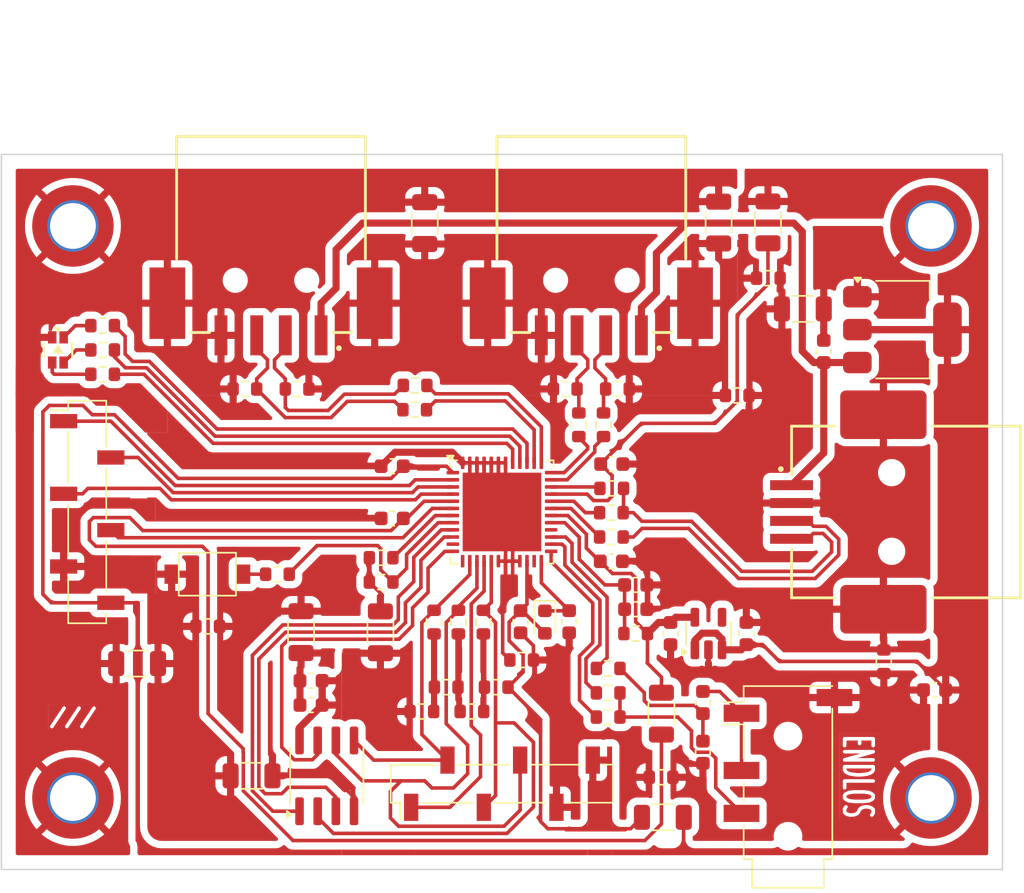
<source format=kicad_pcb>
(kicad_pcb (version 20240108) (generator "pcbnew") (generator_version "8.0")
  (layers (0 "F.Cu" signal) (31 "B.Cu" signal) (34 "B.Paste" user) (35 "F.Paste" user) (36 "B.SilkS" user "B.Silkscreen") (38 "B.Mask" user) (39 "F.Mask" user) (44 "Edge.Cuts" user))
  (net 0 "")
  (net 1 "GND")
  (net 2 "/PWR3V3")
  (net 3 "/PWR1V2")
  (net 4 "/PWRPLL")
  (net 5 "/CSPI_SI")
  (net 6 "/CSPI_SO")
  (net 7 "/CSPI_SCK")
  (net 8 "/CRESET")
  (net 9 "/CDONE")
  (net 10 "/CSPI_SS")
  (net 11 "/LED_R")
  (net 12 "/LED_G")
  (net 13 "/LED_B")
  (net 14 "/PWR2V5")
  (net 15 "Net-(D2-BK)")
  (net 16 "Net-(D2-GK)")
  (net 17 "Net-(D2-RK)")
  (net 21 "/AUDIO")
  (net 23 "/USB_CONN_DP")
  (net 24 "/USB_CONN_DN")
  (net 25 "/PMOD_A2")
  (net 26 "/PMOD_A3")
  (net 27 "/PMOD_A4")
  (net 28 "/PMOD_A1")
  (net 30 "/RAM_SS")
  (net 31 "/USB_DP_PU")
  (net 32 "Net-(R7-Pad1)")
  (net 33 "/USB_DN")
  (net 34 "/USB_DP")
  (net 35 "/RAM_SIO3")
  (net 36 "/RAM_SIO2")
  (net 37 "/PWR5V0")
  (net 38 "/USBH0_CONN_DN")
  (net 39 "/USBH0_CONN_DP")
  (net 40 "/USBH1_CONN_DP")
  (net 41 "/USBH1_CONN_DN")
  (net 42 "/USBH0_DP")
  (net 43 "/USBH0_DN")
  (net 44 "/USBH1_DP")
  (net 45 "/USBH1_DN")
  (net 46 "Net-(C13-Pad2)")
  (net 47 "/AUDIO_LC")
  (net 48 "/VIDEO_C")
  (net 49 "/VIDEO_D0")
  (net 50 "/VIDEO_D1")
  (footprint "Resistor_SMD:R_0603_1608Metric" (layer "F.Cu") (at 142.1 118.9 90)
    (property "Reference" "R22" (hide yes))
    (property "Value" "22R" (hide yes))
  )
  (footprint "Resistor_SMD:R_0603_1608Metric" (layer "F.Cu") (at 119.3 129.35)
    (property "Reference" "R7" (hide yes))
    (property "Value" "100R" (hide yes))
  )
  (footprint "Resistor_SMD:R_0603_1608Metric" (layer "F.Cu") (at 142.425 139.34)
    (property "Reference" "R31" (hide yes))
    (property "Value" "1K" (hide yes))
  )
  (footprint "Capacitor_SMD:C_0603_1608Metric" (layer "F.Cu") (at 127.325 121.8 180)
    (property "Reference" "C12" (hide yes))
    (property "Value" "100nF" (hide yes))
  )
  (footprint "Capacitor_SMD:C_0603_1608Metric" (layer "F.Cu") (at 149.05 138.325 -90)
    (property "Reference" "C13" (hide yes))
    (property "Value" "10uF" (hide yes))
  )
  (footprint "Capacitor_SMD:C_0603_1608Metric" (layer "F.Cu") (at 149.05 141.8 -90)
    (property "Reference" "C4" (hide yes))
    (property "Value" "100nF" (hide yes))
  )
  (footprint "MountingHole:MountingHole_3.2mm_M3_ISO7380_Pad_TopOnly" (layer "F.Cu") (at 165 105)
    (property "Reference" "H2" (hide yes))
    (property "Value" "MountingHole_Pad" (hide yes))
  )
  (footprint "Resistor_SMD:R_0603_1608Metric" (layer "F.Cu") (at 143.075 116.4 180)
    (property "Reference" "R15" (hide yes))
    (property "Value" "15K" (hide yes))
  )
  (footprint "Package_SO:SOIC-8_3.9x4.9mm_P1.27mm" (layer "F.Cu") (at 122.75 143.45 90)
    (property "Reference" "U2" (hide yes))
    (property "Value" "ESP-PSRAM32" (hide yes))
  )
  (footprint "Resistor_SMD:R_0603_1608Metric" (layer "F.Cu") (at 142.675 123.35 180)
    (property "Reference" "R1" (hide yes))
    (property "Value" "1K5" (hide yes))
  )
  (footprint "Connector_PinSocket_2.54mm:PinSocket_1x06_P2.54mm_Vertical_SMD_Pin1Left" (layer "F.Cu") (at 135 144 90)
    (property "Reference" "MMOD1" (hide yes))
    (property "Value" "MMOD_Host_Socket" (hide yes))
  )
  (footprint "Capacitor_SMD:C_0603_1608Metric" (layer "F.Cu") (at 142.675 121.65)
    (property "Reference" "C1" (hide yes))
    (property "Value" "100nF" (hide yes))
  )
  (footprint "Resistor_SMD:R_0603_1608Metric" (layer "F.Cu") (at 140.375 118.9 90)
    (property "Reference" "R21" (hide yes))
    (property "Value" "22R" (hide yes))
  )
  (footprint "Capacitor_SMD:C_0603_1608Metric" (layer "F.Cu") (at 146.7875 133.5 -90)
    (property "Reference" "C18" (hide yes))
    (property "Value" "1uF" (hide yes))
  )
  (footprint "Resistor_SMD:R_1206_3216Metric" (layer "F.Cu") (at 117.4875 143.45)
    (property "Reference" "R42" (hide yes))
    (property "Value" "R" (hide yes))
  )
  (footprint "Resistor_SMD:R_0603_1608Metric" (layer "F.Cu") (at 130.25 132.7 -90)
    (property "Reference" "R4" (hide yes))
    (property "Value" "10K" (hide yes))
  )
  (footprint "Capacitor_SMD:C_0603_1608Metric" (layer "F.Cu") (at 121.65 138.5 180)
    (property "Reference" "C10" (hide yes))
    (property "Value" "100nF" (hide yes))
  )
  (footprint "Resistor_SMD:R_0603_1608Metric" (layer "F.Cu") (at 146.125 143.55)
    (property "Reference" "R33" (hide yes))
    (property "Value" "R" (hide yes))
  )
  (footprint "Capacitor_SMD:C_0603_1608Metric" (layer "F.Cu") (at 152.0875 133.5 90)
    (property "Reference" "C16" (hide yes))
    (property "Value" "1uF" (hide yes))
  )
  (footprint "Resistor_SMD:R_1206_3216Metric" (layer "F.Cu") (at 109.4875 135.6)
    (property "Reference" "R41" (hide yes))
    (property "Value" "R" (hide yes))
  )
  (footprint "Resistor_SMD:R_1206_3216Metric" (layer "F.Cu") (at 146.25 146.35)
    (property "Reference" "R29" (hide yes))
    (property "Value" "R" (hide yes))
  )
  (footprint "Capacitor_SMD:C_0603_1608Metric" (layer "F.Cu") (at 139.7 132.675 -90)
    (property "Reference" "C6" (hide yes))
    (property "Value" "100nF" (hide yes))
  )
  (footprint "Resistor_SMD:R_0603_1608Metric" (layer "F.Cu") (at 161.7 135.475 90)
    (property "Reference" "R40" (hide yes))
    (property "Value" "R" (hide yes))
  )
  (footprint "Capacitor_SMD:C_0603_1608Metric" (layer "F.Cu") (at 165.25 137.45 180)
    (property "Reference" "C19" (hide yes))
    (property "Value" "22uF" (hide yes))
  )
  (footprint "Resistor_SMD:R_1206_3216Metric" (layer "F.Cu") (at 126.5 133.4125 90)
    (property "Reference" "R24" (hide yes))
    (property "Value" "R" (hide yes))
  )
  (footprint "LD-LEDS:LED_RGB_0606_CHANZON" (layer "F.Cu") (at 103.95 113.67)
    (property "Reference" "D2" (hide yes))
    (property "Value" "LED_RGB_ANODE" (hide yes))
  )
  (footprint "Resistor_SMD:R_0603_1608Metric" (layer "F.Cu") (at 126.55 128.2 180)
    (property "Reference" "R10" (hide yes))
    (property "Value" "10K" (hide yes))
  )
  (footprint "Resistor_SMD:R_1206_3216Metric" (layer "F.Cu") (at 156.0375 110.8)
    (property "Reference" "R38" (hide yes))
    (property "Value" "R" (hide yes))
  )
  (footprint "Resistor_SMD:R_0603_1608Metric" (layer "F.Cu") (at 142.65 126.75 180)
    (property "Reference" "R8" (hide yes))
    (property "Value" "22R" (hide yes))
  )
  (footprint "Resistor_SMD:R_0603_1608Metric" (layer "F.Cu") (at 133.7 132.7 -90)
    (property "Reference" "R5" (hide yes))
    (property "Value" "10K" (hide yes))
  )
  (footprint "Resistor_SMD:R_0603_1608Metric" (layer "F.Cu") (at 107.075 113.67)
    (property "Reference" "R17" (hide yes))
    (property "Value" "536R" (hide yes))
  )
  (footprint "LD-SWITCH:Button_2P_3x4mm" (layer "F.Cu") (at 114.4 129.35 180)
    (property "Reference" "SW1" (hide yes))
    (property "Value" "RESET" (hide yes))
  )
  (footprint "MountingHole:MountingHole_3.2mm_M3_ISO7380_Pad_TopOnly" (layer "F.Cu") (at 165 145)
    (property "Reference" "H4" (hide yes))
    (property "Value" "MountingHole_Pad" (hide yes))
  )
  (footprint "Package_TO_SOT_SMD:SOT-23-5" (layer "F.Cu") (at 149.4375 133.5 90)
    (property "Reference" "U4" (hide yes))
    (property "Value" "NCP718xSN120" (hide yes))
  )
  (footprint "Resistor_SMD:R_0603_1608Metric" (layer "F.Cu") (at 142.425 135.94)
    (property "Reference" "R28" (hide yes))
    (property "Value" "100R" (hide yes))
  )
  (footprint "Capacitor_SMD:C_0603_1608Metric" (layer "F.Cu") (at 144.35 131.8)
    (property "Reference" "C5" (hide yes))
    (property "Value" "10uF" (hide yes))
  )
  (footprint "Resistor_SMD:R_1206_3216Metric" (layer "F.Cu") (at 153.6 104.75 90)
    (property "Reference" "R23" (hide yes))
    (property "Value" "R" (hide yes))
  )
  (footprint "Capacitor_SMD:C_0603_1608Metric" (layer "F.Cu") (at 136.3 132.675 -90)
    (property "Reference" "C9" (hide yes))
    (property "Value" "100nF" (hide yes))
  )
  (footprint "Capacitor_SMD:C_0603_1608Metric" (layer "F.Cu") (at 144.35 130.1)
    (property "Reference" "C2" (hide yes))
    (property "Value" "100nF" (hide yes))
  )
  (footprint "Connector_Audio:Jack_3.5mm_PJ320D_Horizontal" (layer "F.Cu") (at 155 142.9 90)
    (property "Reference" "J4" (hide yes))
    (property "Value" "AudioJack4" (hide yes))
  )
  (footprint "Resistor_SMD:R_0603_1608Metric" (layer "F.Cu") (at 117.025 116.4)
    (property "Reference" "R2" (hide yes))
    (property "Value" "15K" (hide yes))
  )
  (footprint "Resistor_SMD:R_0603_1608Metric" (layer "F.Cu") (at 132.9 138.95)
    (property "Reference" "R26" (hide yes))
    (property "Value" "R" (hide yes))
  )
  (footprint "Resistor_SMD:R_0603_1608Metric" (layer "F.Cu") (at 107.075 111.97)
    (property "Reference" "R18" (hide yes))
    (property "Value" "536R" (hide yes))
  )
  (footprint "Resistor_SMD:R_0603_1608Metric" (layer "F.Cu") (at 129.4 138.95)
    (property "Reference" "R27" (hide yes))
    (property "Value" "R" (hide yes))
  )
  (footprint "Resistor_SMD:R_0603_1608Metric" (layer "F.Cu") (at 151.45 116.85)
    (property "Reference" "R43" (hide yes))
    (property "Value" "R" (hide yes))
  )
  (footprint "Resistor_SMD:R_0603_1608Metric" (layer "F.Cu") (at 142.65 125.05 180)
    (property "Reference" "R9" (hide yes))
    (property "Value" "22R" (hide yes))
  )
  (footprint "MountingHole:MountingHole_3.2mm_M3_ISO7380_Pad_TopOnly" (layer "F.Cu") (at 105 105)
    (property "Reference" "H1" (hide yes))
    (property "Value" "MountingHole_Pad" (hide yes))
  )
  (footprint "Resistor_SMD:R_1206_3216Metric" (layer "F.Cu") (at 120.95 133.4 90)
    (property "Reference" "R32" (hide yes))
    (property "Value" "R" (hide yes))
  )
  (footprint "Resistor_SMD:R_0603_1608Metric" (layer "F.Cu") (at 114.425 133)
    (property "Reference" "R39" (hide yes))
    (property "Value" "R" (hide yes))
  )
  (footprint "Capacitor_SMD:C_0603_1608Metric" (layer "F.Cu") (at 121.65 136.8 180)
    (property "Reference" "C11" (hide yes))
    (property "Value" "1uF" (hide yes))
  )
  (footprint "Capacitor_SMD:C_0603_1608Metric" (layer "F.Cu") (at 157.5 113.775 90)
    (property "Reference" "C17" (hide yes))
    (property "Value" "10uF" (hide yes))
  )
  (footprint "Capacitor_SMD:C_0603_1608Metric" (layer "F.Cu") (at 127.325 125.45 180)
    (property "Reference" "C7" (hide yes))
    (property "Value" "100nF" (hide yes))
  )
  (footprint "Resistor_SMD:R_0603_1608Metric" (layer "F.Cu") (at 139.425 116.4)
    (property "Reference" "R14" (hide yes))
    (property "Value" "15K" (hide yes))
  )
  (footprint "Resistor_SMD:R_1206_3216Metric" (layer "F.Cu") (at 129.6 104.8 90)
    (property "Reference" "R36" (hide yes))
    (property "Value" "R" (hide yes))
  )
  (footprint "Resistor_SMD:R_0603_1608Metric" (layer "F.Cu") (at 126.55 129.9 180)
    (property "Reference" "R12" (hide yes))
    (property "Value" "10K" (hide yes))
  )
  (footprint "LD-USBA:SAMTEC_USB-A-S-X-X-SM2" (layer "F.Cu") (at 141.25 108.8 180)
    (property "Reference" "J3" (hide yes))
    (property "Value" "USB_A" (hide yes))
  )
  (footprint "Diode_SMD:D_0603_1608Metric" (layer "F.Cu") (at 138 132.7 -90)
    (property "Reference" "D1" (hide yes))
    (property "Value" "D_Schottky_Small" (hide yes))
  )
  (footprint "Capacitor_SMD:C_0603_1608Metric" (layer "F.Cu") (at 142.65 128.45)
    (property "Reference" "C3" (hide yes))
    (property "Value" "100nF" (hide yes))
  )
  (footprint "Resistor_SMD:R_0603_1608Metric" (layer "F.Cu") (at 142.425 137.65)
    (property "Reference" "R30" (hide yes))
    (property "Value" "536R" (hide yes))
  )
  (footprint "Resistor_SMD:R_0603_1608Metric" (layer "F.Cu") (at 136.375 135.35)
    (property "Reference" "R44" (hide yes))
    (property "Value" "R" (hide yes))
  )
  (footprint "Resistor_SMD:R_0603_1608Metric" (layer "F.Cu") (at 134.6 137.25)
    (property "Reference" "R25" (hide yes))
    (property "Value" "R" (hide yes))
  )
  (footprint "MountingHole:MountingHole_3.2mm_M3_ISO7380_Pad_TopOnly" (layer "F.Cu") (at 105 145)
    (property "Reference" "H3" (hide yes))
    (property "Value" "MountingHole_Pad" (hide yes))
  )
  (footprint "Resistor_SMD:R_0603_1608Metric" (layer "F.Cu") (at 128.925 116.15 180)
    (property "Reference" "R20" (hide yes))
    (property "Value" "22R" (hide yes))
  )
  (footprint "Resistor_SMD:R_0603_1608Metric" (layer "F.Cu") (at 107.075 115.37)
    (property "Reference" "R16" (hide yes))
    (property "Value" "536R" (hide yes))
  )
  (footprint "Package_TO_SOT_SMD:SOT-223-3_TabPin2" (layer "F.Cu") (at 163 112.25)
    (property "Reference" "U3" (hide yes))
    (property "Value" "AMS1117-3.3" (hide yes))
  )
  (footprint "Resistor_SMD:R_0603_1608Metric" (layer "F.Cu") (at 131.1 137.25)
    (property "Reference" "R3" (hide yes))
    (property "Value" "R" (hide yes))
  )
  (footprint "LD-USBA:SAMTEC_USB-A-S-X-X-SM2" (layer "F.Cu") (at 118.85 108.8 180)
    (property "Reference" "J2" (hide yes))
    (property "Value" "USB_A" (hide yes))
  )
  (footprint "LD-CONNECTORS:SAMTEC_USB-B-S-X-X-SM-TR" (layer "F.Cu") (at 162.25 125 90)
    (property "Reference" "J1" (hide yes))
    (property "Value" "USB_B" (hide yes))
  )
  (footprint "Connector_PinSocket_2.54mm:PinSocket_1x06_P2.54mm_Vertical_SMD_Pin1Left" (layer "F.Cu") (at 106 125)
    (property "Reference" "PMOD2" (hide yes))
    (property "Value" "PMOD-Host-x1-GPIO" (hide yes))
  )
  (footprint "Resistor_SMD:R_1206_3216Metric" (layer "F.Cu") (at 146.15 139.1 90)
    (property "Reference" "R34" (hide yes))
    (property "Value" "R" (hide yes))
  )
  (footprint "Resistor_SMD:R_0603_1608Metric" (layer "F.Cu") (at 131.95 132.7 -90)
    (property "Reference" "R6" (hide yes))
    (property "Value" "10K" (hide yes))
  )
  (footprint "Resistor_SMD:R_0603_1608Metric" (layer "F.Cu") (at 128.9 117.85 180)
    (property "Reference" "R19" (hide yes))
    (property "Value" "22R" (hide yes))
  )
  (footprint "Resistor_SMD:R_1206_3216Metric" (layer "F.Cu") (at 150.15 104.7625 90)
    (property "Reference" "R37" (hide yes))
    (property "Value" "R" (hide yes))
  )
  (footprint "Resistor_SMD:R_0603_1608Metric" (layer "F.Cu") (at 144.35 133.5 180)
    (property "Reference" "R11" (hide yes))
    (property "Value" "100R" (hide yes))
  )
  (footprint "Resistor_SMD:R_0603_1608Metric" (layer "F.Cu") (at 153.625 108.65)
    (property "Reference" "R35" (hide yes))
    (property "Value" "R" (hide yes))
  )
  (footprint "Resistor_SMD:R_0603_1608Metric" (layer "F.Cu") (at 120.675 116.4 180)
    (property "Reference" "R13" (hide yes))
    (property "Value" "15K" (hide yes))
  )
  (footprint "Package_DFN_QFN:QFN-48-1EP_7x7mm_P0.5mm_EP5.6x5.6mm" (layer "F.Cu") (at 135 125)
    (property "Reference" "U1" (hide yes))
    (property "Value" "ICE40UP5K-SG48ITR" (hide yes))
  )
  (gr_rect (start 100 100) (end 170 150) (stroke (width 0.1)) (fill none) (layer "Edge.Cuts"))
  (gr_text "///" (at 105 139.9 0) (layer "F.Cu" knockout) (effects (font (size 1 1) (thickness 0.25) (bold yes)) (justify bottom)))
  (gr_text "ENDLOS" (at 158.7 143.5 270) (layer "F.Cu" knockout) (effects (font (size 2 1) (thickness 0.25) (bold yes)) (justify bottom)))
  (segment (start 136.35 133.4875) (end 136.4625 133.4875) (width 0.25) (layer "F.Cu") (net 1))
  (segment (start 123.154999 143.45) (end 124.655 144.950001) (width 0.25) (layer "F.Cu") (net 1))
  (segment (start 136.3 133.45) (end 137.2 134.35) (width 0.25) (layer "F.Cu") (net 1))
  (segment (start 133.25 121.5625) (end 133.75 121.5625) (width 0.25) (layer "F.Cu") (net 1))
  (segment (start 133.75 123.75) (end 135 125) (width 0.25) (layer "F.Cu") (net 1))
  (segment (start 133.75 121.5625) (end 133.75 123.75) (width 0.25) (layer "F.Cu") (net 1))
  (segment (start 135.25 129.75) (end 135.25 128.4375) (width 0.25) (layer "F.Cu") (net 1))
  (segment (start 135.55 135.35) (end 135.05 134.85) (width 0.25) (layer "F.Cu") (net 1))
  (segment (start 135.25 121.5625) (end 134.75 121.5625) (width 0.25) (layer "F.Cu") (net 1))
  (segment (start 135.75 128.4375) (end 135.25 128.4375) (width 0.25) (layer "F.Cu") (net 1))
  (segment (start 132.75 121.5625) (end 133.25 121.5625) (width 0.25) (layer "F.Cu") (net 1))
  (segment (start 126.55 121.8) (end 127.525 120.825) (width 0.5) (layer "F.Cu") (net 1))
  (segment (start 131.5125 120.825) (end 132.25 121.5625) (width 0.5) (layer "F.Cu") (net 1))
  (segment (start 133.75 121.5625) (end 134.25 121.5625) (width 0.25) (layer "F.Cu") (net 1))
  (segment (start 135.25 121.5625) (end 135.25 124.75) (width 0.25) (layer "F.Cu") (net 1))
  (segment (start 133.25 121.5625) (end 133.25 123.25) (width 0.25) (layer "F.Cu") (net 1))
  (segment (start 134.25 121.5625) (end 134.25 124.25) (width 0.25) (layer "F.Cu") (net 1))
  (segment (start 134.25 121.5625) (end 134.75 121.5625) (width 0.25) (layer "F.Cu") (net 1))
  (segment (start 137.2 134.35) (end 137.2 135.35) (width 0.25) (layer "F.Cu") (net 1))
  (segment (start 118.95 143.45) (end 123.154999 143.45) (width 0.25) (layer "F.Cu") (net 1))
  (segment (start 134.75 124.75) (end 135 125) (width 0.25) (layer "F.Cu") (net 1))
  (segment (start 135.05 134.85) (end 135.05 129.95) (width 0.25) (layer "F.Cu") (net 1))
  (segment (start 120.845 138.53) (end 120.875 138.5) (width 0.5) (layer "F.Cu") (net 1))
  (segment (start 133.25 123.25) (end 135 125) (width 0.25) (layer "F.Cu") (net 1))
  (segment (start 134.25 124.25) (end 135 125) (width 0.25) (layer "F.Cu") (net 1))
  (segment (start 135.05 129.95) (end 135.25 129.75) (width 0.25) (layer "F.Cu") (net 1))
  (segment (start 132.75 122.75) (end 135 125) (width 0.25) (layer "F.Cu") (net 1))
  (segment (start 134.75 121.5625) (end 134.75 124.75) (width 0.25) (layer "F.Cu") (net 1))
  (segment (start 127.525 120.825) (end 131.5125 120.825) (width 0.5) (layer "F.Cu") (net 1))
  (segment (start 124.655 144.950001) (end 124.655 145.925) (width 0.25) (layer "F.Cu") (net 1))
  (segment (start 132.75 121.5625) (end 132.75 122.75) (width 0.25) (layer "F.Cu") (net 1))
  (segment (start 120.875 138.5) (end 120.875 138.35) (width 0.5) (layer "F.Cu") (net 1))
  (segment (start 132.25 121.5625) (end 132.75 121.5625) (width 0.25) (layer "F.Cu") (net 1))
  (segment (start 135.25 128.4375) (end 134.75 128.4375) (width 0.25) (layer "F.Cu") (net 1))
  (segment (start 135.25 124.75) (end 135 125) (width 0.25) (layer "F.Cu") (net 1))
  (segment (start 136.25 128.4375) (end 135.75 128.4375) (width 0.25) (layer "F.Cu") (net 1))
  (segment (start 138.4375 123.75) (end 140.956286 123.75) (width 0.25) (layer "F.Cu") (net 2))
  (segment (start 135.5 132.7) (end 136.3 131.9) (width 0.25) (layer "F.Cu") (net 2))
  (segment (start 102.9 130.75) (end 103.5 131.35) (width 0.25) (layer "F.Cu") (net 2))
  (segment (start 136.75 128.4375) (end 136.75 131.45) (width 0.25) (layer "F.Cu") (net 2))
  (segment (start 133.775 137.25) (end 133.775 138.9) (width 0.25) (layer "F.Cu") (net 2))
  (segment (start 136.475 134.975) (end 135.5 134) (width 0.25) (layer "F.Cu") (net 2))
  (segment (start 131.925 138.8) (end 132.075 138.95) (width 0.25) (layer "F.Cu") (net 2))
  (segment (start 131.925 137.25) (end 131.925 138.8) (width 0.25) (layer "F.Cu") (net 2))
  (segment (start 154.4 135.45) (end 153.225 134.275) (width 0.25) (layer "F.Cu") (net 2))
  (segment (start 102.9 118) (end 102.9 130.75) (width 0.25) (layer "F.Cu") (net 2))
  (segment (start 149.898004 118.8) (end 144.75 118.8) (width 0.25) (layer "F.Cu") (net 2))
  (segment (start 107.65 131.35) (end 109.25 131.35) (width 0.25) (layer "F.Cu") (net 2))
  (segment (start 128.1 121.8) (end 131.1125 121.8) (width 0.25) (layer "F.Cu") (net 2))
  (segment (start 151.725 134.6375) (end 152.0875 134.275) (width 0.5) (layer "F.Cu") (net 2))
  (segment (start 166.025 137.45) (end 164.025 135.45) (width 0.25) (layer "F.Cu") (net 2))
  (segment (start 142.7 123.893714) (end 142.7 122.45) (width 0.25) (layer "F.Cu") (net 2))
  (segment (start 125.725 128.2) (end 125.725 129.9) (width 0.25) (layer "F.Cu") (net 2))
  (segment (start 164.025 135.45) (end 154.4 135.45) (width 0.25) (layer "F.Cu") (net 2))
  (segment (start 126.5 131.95) (end 126.5 130.675) (width 0.25) (layer "F.Cu") (net 2))
  (segment (start 151.45 117.248004) (end 149.898004 118.8) (width 0.25) (layer "F.Cu") (net 2))
  (segment (start 128.1 121.8) (end 127.25 122.65) (width 0.25) (layer "F.Cu") (net 2))
  (segment (start 103.5 131.35) (end 107.65 131.35) (width 0.25) (layer "F.Cu") (net 2))
  (segment (start 131.95 137.225) (end 131.925 137.25) (width 0.25) (layer "F.Cu") (net 2))
  (segment (start 151.45 111.223004) (end 151.45 117.248004) (width 0.25) (layer "F.Cu") (net 2))
  (segment (start 127.25 122.65) (end 112.357106 122.65) (width 0.25) (layer "F.Cu") (net 2))
  (segment (start 133.775 138.9) (end 133.725 138.95) (width 0.25) (layer "F.Cu") (net 2))
  (segment (start 153.6 106.2125) (end 153.6 109.073004) (width 0.25) (layer "F.Cu") (net 2))
  (segment (start 130.225 138.95) (end 130.225 137.3) (width 0.25) (layer "F.Cu") (net 2))
  (segment (start 135.5 134) (end 135.5 132.7) (width 0.25) (layer "F.Cu") (net 2))
  (segment (start 136.3 131.9) (end 136.4125 131.9) (width 0.25) (layer "F.Cu") (net 2))
  (segment (start 135.425 137.25) (end 135.4375 137.2625) (width 0.25) (layer "F.Cu") (net 2))
  (segment (start 105.7 117.55) (end 103.35 117.55) (width 0.25) (layer "F.Cu") (net 2))
  (segment (start 148.4875 133.975001) (end 148.987501 133.475) (width 0.5) (layer "F.Cu") (net 2))
  (segment (start 138.21 147.15) (end 143.9875 147.15) (width 0.25) (layer "F.Cu") (net 2))
  (segment (start 130.25 133.525) (end 130.25 137.225) (width 0.25) (layer "F.Cu") (net 2))
  (segment (start 109.25 131.35) (end 109.5 131.6) (width 0.25) (layer "F.Cu") (net 2))
  (segment (start 133.7 137.175) (end 133.775 137.25) (width 0.25) (layer "F.Cu") (net 2))
  (segment (start 148.987501 133.475) (end 149.975 133.475) (width 0.5) (layer "F.Cu") (net 2))
  (segment (start 143.9875 147.15) (end 144.7875 146.35) (width 0.25) (layer "F.Cu") (net 2))
  (segment (start 130.25 137.225) (end 130.275 137.25) (width 0.25) (layer "F.Cu") (net 2))
  (segment (start 122.425 138.5) (end 122.425 136.8) (width 0.5) (layer "F.Cu") (net 2))
  (segment (start 136.475 136.2) (end 136.475 134.975) (width 0.25) (layer "F.Cu") (net 2))
  (segment (start 106.35 118.2) (end 105.7 117.55) (width 0.25) (layer "F.Cu") (net 2))
  (segment (start 137.7 139.525) (end 137.7 146.64) (width 0.25) (layer "F.Cu") (net 2))
  (segment (start 142.393714 124.2) (end 142.7 123.893714) (width 0.25) (layer "F.Cu") (net 2))
  (segment (start 137.7 146.64) (end 138.21 147.15) (width 0.25) (layer "F.Cu") (net 2))
  (segment (start 159.85 112.25) (end 166.15 112.25) (width 0.5) (layer "F.Cu") (net 2))
  (segment (start 103.35 117.55) (end 102.9 118) (width 0.25) (layer "F.Cu") (net 2))
  (segment (start 126.5 130.675) (end 125.725 129.9) (width 0.25) (layer "F.Cu") (net 2))
  (segment (start 135.4375 137.2625) (end 137.7 139.525) (width 0.25) (layer "F.Cu") (net 2))
  (segment (start 120.845 140.08) (end 122.425 138.5) (width 0.5) (layer "F.Cu") (net 2))
  (segment (start 109.5 131.6) (end 109.5 147.95) (width 0.25) (layer "F.Cu") (net 2))
  (segment (start 150.3875 133.8875) (end 150.3875 134.6375) (width 0.5) (layer "F.Cu") (net 2))
  (segment (start 131.1125 121.8) (end 131.5625 122.25) (width 0.25) (layer "F.Cu") (net 2))
  (segment (start 144.75 118.8) (end 141.9 121.65) (width 0.25) (layer "F.Cu") (net 2))
  (segment (start 109.5 147.95) (end 110.25 148.7) (width 0.25) (layer "F.Cu") (net 2))
  (segment (start 136.75 131.45) (end 136.3 131.9) (width 0.25) (layer "F.Cu") (net 2))
  (segment (start 136.3 132.120238) (end 136.3 131.9) (width 0.25) (layer "F.Cu") (net 2))
  (segment (start 120.845 140.975) (end 120.845 140.08) (width 0.5) (layer "F.Cu") (net 2))
  (segment (start 140.956286 123.75) (end 141.406286 124.2) (width 0.25) (layer "F.Cu") (net 2))
  (segment (start 147.7 146.35) (end 147.7 148.8) (width 0.25) (layer "F.Cu") (net 2))
  (segment (start 131.95 133.525) (end 131.95 137.225) (width 0.25) (layer "F.Cu") (net 2))
  (segment (start 130.225 137.3) (end 130.275 137.25) (width 0.25) (layer "F.Cu") (net 2))
  (segment (start 148.4875 134.6375) (end 148.4875 133.975001) (width 0.5) (layer "F.Cu") (net 2))
  (segment (start 153.225 134.275) (end 152.0875 134.275) (width 0.25) (layer "F.Cu") (net 2))
  (segment (start 149.975 133.475) (end 150.3875 133.8875) (width 0.5) (layer "F.Cu") (net 2))
  (segment (start 141.406286 124.2) (end 142.393714 124.2) (width 0.25) (layer "F.Cu") (net 2))
  (segment (start 107.907107 118.2) (end 106.35 118.2) (width 0.25) (layer "F.Cu") (net 2))
  (segment (start 150.3875 134.6375) (end 151.725 134.6375) (width 0.5) (layer "F.Cu") (net 2))
  (segment (start 133.7 133.525) (end 133.7 137.175) (width 0.25) (layer "F.Cu") (net 2))
  (segment (start 112.357106 122.65) (end 110.103553 120.396447) (width 0.25) (layer "F.Cu") (net 2))
  (segment (start 136.4125 131.9) (end 138 133.4875) (width 0.25) (layer "F.Cu") (net 2))
  (segment (start 110.103553 120.396447) (end 110.103553 120.396446) (width 0.25) (layer "F.Cu") (net 2))
  (segment (start 110.103553 120.396446) (end 107.907107 118.2) (width 0.25) (layer "F.Cu") (net 2))
  (segment (start 153.6 109.073004) (end 151.45 111.223004) (width 0.25) (layer "F.Cu") (net 2))
  (segment (start 142.7 122.45) (end 141.9 121.65) (width 0.25) (layer "F.Cu") (net 2))
  (segment (start 135.425 137.25) (end 136.475 136.2) (width 0.25) (layer "F.Cu") (net 2))
  (segment (start 141.825 128.45) (end 140.9 127.525) (width 0.25) (layer "F.Cu") (net 3))
  (segment (start 121.025 147.975) (end 144.99081 147.975) (width 0.25) (layer "F.Cu") (net 3))
  (segment (start 106.425 125.395) (end 106.15 125.67) (width 0.25) (layer "F.Cu") (net 3))
  (segment (start 146.15 146.81581) (end 146.15 140.5625) (width 0.25) (layer "F.Cu") (net 3))
  (segment (start 120.388604 147.975) (end 121.025 147.975) (width 0.25) (layer "F.Cu") (net 3))
  (segment (start 145.175 135.525) (end 145.15 135.55) (width 0.25) (layer "F.Cu") (net 3))
  (segment (start 128.351082 125.45) (end 128.1 125.45) (width 0.25) (layer "F.Cu") (net 3))
  (segment (start 142.725 129.3) (end 144.034052 129.3) (width 0.25) (layer "F.Cu") (net 3))
  (segment (start 128.1 125.45) (end 127.25 126.3) (width 0.25) (layer "F.Cu") (net 3))
  (segment (start 116.9125 141.8125) (end 116.9125 143.4) (width 0.25) (layer "F.Cu") (net 3))
  (segment (start 116.9 141.8) (end 116.9125 141.8125) (width 0.25) (layer "F.Cu") (net 3))
  (segment (start 114.05 127.4) (end 114.45 127.8) (width 0.25) (layer "F.Cu") (net 3))
  (segment (start 147.15 132.3625) (end 146.7875 132.725) (width 0.5) (layer "F.Cu") (net 3))
  (segment (start 144.034052 129.3) (end 144.35 129.615948) (width 0.25) (layer "F.Cu") (net 3))
  (segment (start 144.35 132.675) (end 145.175 133.5) (width 0.25) (layer "F.Cu") (net 3))
  (segment (start 140.9 126.55) (end 140.9 127.525) (width 0.25) (layer "F.Cu") (net 3))
  (segment (start 109.88 126.3) (end 108.975 125.395) (width 0.25) (layer "F.Cu") (net 3))
  (segment (start 145.15 135.55) (end 146.15 136.55) (width 0.25) (layer "F.Cu") (net 3))
  (segment (start 131.5625 124.25) (end 129.551082 124.25) (width 0.25) (layer "F.Cu") (net 3))
  (segment (start 116.9125 144.498896) (end 120.388604 147.975) (width 0.25) (layer "F.Cu") (net 3))
  (segment (start 108.975 125.395) (end 106.425 125.395) (width 0.25) (layer "F.Cu") (net 3))
  (segment (start 114.45 139.1) (end 116.9 141.55) (width 0.25) (layer "F.Cu") (net 3))
  (segment (start 141.875 128.45) (end 142.725 129.3) (width 0.25) (layer "F.Cu") (net 3))
  (segment (start 138.4375 125.25) (end 139.6 125.25) (width 0.25) (layer "F.Cu") (net 3))
  (segment (start 114.45 127.8) (end 114.45 139.1) (width 0.25) (layer "F.Cu") (net 3))
  (segment (start 144.35 129.615948) (end 144.35 132.675) (width 0.25) (layer "F.Cu") (net 3))
  (segment (start 129.551082 124.25) (end 128.351082 125.45) (width 0.25) (layer "F.Cu") (net 3))
  (segment (start 106.15 126.95) (end 106.6 127.4) (width 0.25) (layer "F.Cu") (net 3))
  (segment (start 106.6 127.4) (end 114.05 127.4) (width 0.25) (layer "F.Cu") (net 3))
  (segment (start 146.15 136.55) (end 146.15 137.6375) (width 0.25) (layer "F.Cu") (net 3))
  (segment (start 141.875 128.45) (end 141.825 128.45) (width 0.25) (layer "F.Cu") (net 3))
  (segment (start 116.9125 143.4) (end 116.9125 144.498896) (width 0.25) (layer "F.Cu") (net 3))
  (segment (start 148.4875 132.3625) (end 147.15 132.3625) (width 0.5) (layer "F.Cu") (net 3))
  (segment (start 145.175 133.5) (end 145.175 135.525) (width 0.25) (layer "F.Cu") (net 3))
  (segment (start 146.7875 132.725) (end 145.95 132.725) (width 0.5) (layer "F.Cu") (net 3))
  (segment (start 116.9 141.55) (end 116.9 141.8) (width 0.25) (layer "F.Cu") (net 3))
  (segment (start 106.15 125.67) (end 106.15 126.95) (width 0.25) (layer "F.Cu") (net 3))
  (segment (start 144.99081 147.975) (end 146.15 146.81581) (width 0.25) (layer "F.Cu") (net 3))
  (segment (start 127.25 126.3) (end 109.88 126.3) (width 0.25) (layer "F.Cu") (net 3))
  (segment (start 145.95 132.725) (end 145.175 133.5) (width 0.5) (layer "F.Cu") (net 3))
  (segment (start 139.6 125.25) (end 140.9 126.55) (width 0.25) (layer "F.Cu") (net 3))
  (segment (start 143.575 133.45) (end 143.525 133.5) (width 0.25) (layer "F.Cu") (net 4))
  (segment (start 140.4 126.757106) (end 140.4 128.304762) (width 0.25) (layer "F.Cu") (net 4))
  (segment (start 138.4375 125.75) (end 139.392894 125.75) (width 0.25) (layer "F.Cu") (net 4))
  (segment (start 143.575 131.8) (end 143.575 133.45) (width 0.25) (layer "F.Cu") (net 4))
  (segment (start 140.4 128.304762) (end 142.195238 130.1) (width 0.25) (layer "F.Cu") (net 4))
  (segment (start 143.575 130.1) (end 143.575 131.8) (width 0.25) (layer "F.Cu") (net 4))
  (segment (start 139.392894 125.75) (end 140.4 126.757106) (width 0.25) (layer "F.Cu") (net 4))
  (segment (start 142.195238 130.1) (end 143.575 130.1) (width 0.25) (layer "F.Cu") (net 4))
  (segment (start 137.2 141.1) (end 137.2 145.627107) (width 0.25) (layer "F.Cu") (net 5))
  (segment (start 134.55 132.725) (end 134.55 139.75) (width 0.25) (layer "F.Cu") (net 5))
  (segment (start 133.7 131.875) (end 134.55 132.725) (width 0.25) (layer "F.Cu") (net 5))
  (segment (start 135.85 139.75) (end 137.2 141.1) (width 0.25) (layer "F.Cu") (net 5))
  (segment (start 137.2 145.627107) (end 135.352107 147.475) (width 0.25) (layer "F.Cu") (net 5))
  (segment (start 134.55 139.75) (end 135.85 139.75) (width 0.25) (layer "F.Cu") (net 5))
  (segment (start 134.55 144.83) (end 133.73 145.65) (width 0.25) (layer "F.Cu") (net 5))
  (segment (start 135.352107 147.475) (end 123.213382 147.475) (width 0.25) (layer "F.Cu") (net 5))
  (segment (start 134.25 131.325) (end 133.7 131.875) (width 0.25) (layer "F.Cu") (net 5))
  (segment (start 122.115 146.376618) (end 122.115 145.925) (width 0.25) (layer "F.Cu") (net 5))
  (segment (start 134.25 128.4375) (end 134.25 131.325) (width 0.25) (layer "F.Cu") (net 5))
  (segment (start 134.55 139.75) (end 134.55 144.83) (width 0.25) (layer "F.Cu") (net 5))
  (segment (start 123.213382 147.475) (end 122.115 146.376618) (width 0.25) (layer "F.Cu") (net 5))
  (segment (start 131.19 142.35) (end 126.03 142.35) (width 0.25) (layer "F.Cu") (net 6))
  (segment (start 130.25 131.875) (end 129.4 132.725) (width 0.25) (layer "F.Cu") (net 6))
  (segment (start 129.4 132.725) (end 129.4 140.56) (width 0.25) (layer "F.Cu") (net 6))
  (segment (start 129.4 140.56) (end 131.19 142.35) (width 0.25) (layer "F.Cu") (net 6))
  (segment (start 126.03 142.35) (end 124.655 140.975) (width 0.25) (layer "F.Cu") (net 6))
  (segment (start 132.75 128.4375) (end 132.75 129.375) (width 0.25) (layer "F.Cu") (net 6))
  (segment (start 132.75 129.375) (end 130.25 131.875) (width 0.25) (layer "F.Cu") (net 6))
  (segment (start 127.2 144.55) (end 127.2 146.4) (width 0.25) (layer "F.Cu") (net 7))
  (segment (start 136.27 145.85) (end 136.27 142.35) (width 0.25) (layer "F.Cu") (net 7))
  (segment (start 131.95 131.875) (end 131.1 132.725) (width 0.25) (layer "F.Cu") (net 7))
  (segment (start 131.95 131.62418) (end 131.95 131.875) (width 0.25) (layer "F.Cu") (net 7))
  (segment (start 130.1 144.3) (end 129.6 143.8) (width 0.25) (layer "F.Cu") (net 7))
  (segment (start 127.775 146.975) (end 135.145 146.975) (width 0.25) (layer "F.Cu") (net 7))
  (segment (start 127.95 143.8) (end 127.2 144.55) (width 0.25) (layer "F.Cu") (net 7))
  (segment (start 123.385 141.949999) (end 123.385 140.975) (width 0.25) (layer "F.Cu") (net 7))
  (segment (start 127.2 146.4) (end 127.775 146.975) (width 0.25) (layer "F.Cu") (net 7))
  (segment (start 135.145 146.975) (end 136.27 145.85) (width 0.25) (layer "F.Cu") (net 7))
  (segment (start 131.1 132.725) (end 131.1 139.8) (width 0.25) (layer "F.Cu") (net 7))
  (segment (start 133.25 128.4375) (end 133.25 130.32418) (width 0.25) (layer "F.Cu") (net 7))
  (segment (start 127.95 143.8) (end 125.235001 143.8) (width 0.25) (layer "F.Cu") (net 7))
  (segment (start 125.235001 143.8) (end 123.385 141.949999) (width 0.25) (layer "F.Cu") (net 7))
  (segment (start 132.6 141.3) (end 132.6 143.3) (width 0.25) (layer "F.Cu") (net 7))
  (segment (start 131.6 144.3) (end 130.1 144.3) (width 0.25) (layer "F.Cu") (net 7))
  (segment (start 129.6 143.8) (end 127.95 143.8) (width 0.25) (layer "F.Cu") (net 7))
  (segment (start 133.25 130.32418) (end 131.95 131.62418) (width 0.25) (layer "F.Cu") (net 7))
  (segment (start 131.1 139.8) (end 132.6 141.3) (width 0.25) (layer "F.Cu") (net 7))
  (segment (start 132.6 143.3) (end 131.6 144.3) (width 0.25) (layer "F.Cu") (net 7))
  (segment (start 127.375 129.9) (end 126.525 129.05) (width 0.25) (layer "F.Cu") (net 8))
  (segment (start 128.332107 128.942893) (end 127.375 129.9) (width 0.25) (layer "F.Cu") (net 8))
  (segment (start 126.525 127.575) (end 126.3 127.35) (width 0.25) (layer "F.Cu") (net 8))
  (segment (start 120.125 129.3) (end 120.125 129.35) (width 0.25) (layer "F.Cu") (net 8))
  (segment (start 122.075 127.35) (end 120.125 129.3) (width 0.25) (layer "F.Cu") (net 8))
  (segment (start 128.95 127.343974) (end 130.543974 125.75) (width 0.25) (layer "F.Cu") (net 8))
  (segment (start 126.525 129.05) (end 126.525 127.575) (width 0.25) (layer "F.Cu") (net 8))
  (segment (start 126.3 127.35) (end 122.075 127.35) (width 0.25) (layer "F.Cu") (net 8))
  (segment (start 128.332107 127.961868) (end 128.332107 128.942893) (width 0.25) (layer "F.Cu") (net 8))
  (segment (start 128.625 127.668975) (end 128.332107 127.961868) (width 0.25) (layer "F.Cu") (net 8))
  (segment (start 130.543974 125.75) (end 131.5625 125.75) (width 0.25) (layer "F.Cu") (net 8))
  (segment (start 128.95 127.343974) (end 128.625 127.668975) (width 0.25) (layer "F.Cu") (net 8))
  (segment (start 130.336868 125.25) (end 128.125 127.461868) (width 0.25) (layer "F.Cu") (net 9))
  (segment (start 128.125 127.461868) (end 128.113132 127.461868) (width 0.25) (layer "F.Cu") (net 9))
  (segment (start 128.113132 127.461868) (end 127.375 128.2) (width 0.25) (layer "F.Cu") (net 9))
  (segment (start 131.5625 125.25) (end 130.336868 125.25) (width 0.25) (layer "F.Cu") (net 9))
  (segment (start 128.65 145.65) (end 131.357107 145.65) (width 0.25) (layer "F.Cu") (net 10))
  (segment (start 132.85 139.95) (end 132.85 131.431286) (width 0.25) (layer "F.Cu") (net 10))
  (segment (start 132.85 131.431286) (end 133.75 130.531286) (width 0.25) (layer "F.Cu") (net 10))
  (segment (start 133.75 130.531286) (end 133.75 128.4375) (width 0.25) (layer "F.Cu") (net 10))
  (segment (start 133.5 143.507107) (end 133.5 140.6) (width 0.25) (layer "F.Cu") (net 10))
  (segment (start 133.5 140.6) (end 132.85 139.95) (width 0.25) (layer "F.Cu") (net 10))
  (segment (start 131.357107 145.65) (end 133.5 143.507107) (width 0.25) (layer "F.Cu") (net 10))
  (segment (start 110.342792 114.47) (end 109.17 114.47) (width 0.25) (layer "F.Cu") (net 11))
  (segment (start 109.17 114.47) (end 108.65 113.95) (width 0.25) (layer "F.Cu") (net 11))
  (segment (start 108.65 112.72) (end 107.9 111.97) (width 0.25) (layer "F.Cu") (net 11))
  (segment (start 135.75 119.2) (end 115.072792 119.2) (width 0.25) (layer "F.Cu") (net 11))
  (segment (start 115.072792 119.2) (end 110.342792 114.47) (width 0.25) (layer "F.Cu") (net 11))
  (segment (start 108.65 113.95) (end 108.65 112.72) (width 0.25) (layer "F.Cu") (net 11))
  (segment (start 136.75 120.2) (end 135.75 119.2) (width 0.25) (layer "F.Cu") (net 11))
  (segment (start 136.75 121.5625) (end 136.75 120.2) (width 0.25) (layer "F.Cu") (net 11))
  (segment (start 135.542894 119.7) (end 114.936396 119.7) (width 0.25) (layer "F.Cu") (net 12))
  (segment (start 107.9 114.145) (end 107.9 113.67) (width 0.25) (layer "F.Cu") (net 12))
  (segment (start 108.675 114.92) (end 107.9 114.145) (width 0.25) (layer "F.Cu") (net 12))
  (segment (start 136.25 120.407106) (end 135.542894 119.7) (width 0.25) (layer "F.Cu") (net 12))
  (segment (start 136.25 121.5625) (end 136.25 120.407106) (width 0.25) (layer "F.Cu") (net 12))
  (segment (start 114.936396 119.7) (end 110.156396 114.92) (width 0.25) (layer "F.Cu") (net 12))
  (segment (start 110.156396 114.92) (end 108.675 114.92) (width 0.25) (layer "F.Cu") (net 12))
  (segment (start 135.335788 120.2) (end 114.8 120.2) (width 0.25) (layer "F.Cu") (net 13))
  (segment (start 114.8 120.2) (end 109.97 115.37) (width 0.25) (layer "F.Cu") (net 13))
  (segment (start 109.97 115.37) (end 107.9 115.37) (width 0.25) (layer "F.Cu") (net 13))
  (segment (start 135.75 120.614212) (end 135.335788 120.2) (width 0.25) (layer "F.Cu") (net 13))
  (segment (start 135.75 121.5625) (end 135.75 120.614212) (width 0.25) (layer "F.Cu") (net 13))
  (segment (start 137.75 129.95) (end 139.7 131.9) (width 0.25) (layer "F.Cu") (net 14))
  (segment (start 138 131.9125) (end 139.6875 131.9125) (width 0.25) (layer "F.Cu") (net 14))
  (segment (start 139.6875 131.9125) (end 139.7 131.9) (width 0.25) (layer "F.Cu") (net 14))
  (segment (start 137.75 128.4375) (end 137.75 129.95) (width 0.25) (layer "F.Cu") (net 14))
  (segment (start 105.17 111.97) (end 104.35 112.79) (width 0.25) (layer "F.Cu") (net 15))
  (segment (start 106.25 111.97) (end 105.17 111.97) (width 0.25) (layer "F.Cu") (net 15))
  (segment (start 105.23 113.67) (end 104.35 114.55) (width 0.25) (layer "F.Cu") (net 16))
  (segment (start 106.25 113.67) (end 105.23 113.67) (width 0.25) (layer "F.Cu") (net 16))
  (segment (start 106.25 115.37) (end 103.695 115.37) (width 0.25) (layer "F.Cu") (net 17))
  (segment (start 103.695 115.37) (end 103.55 115.225) (width 0.25) (layer "F.Cu") (net 17))
  (segment (start 103.55 115.225) (end 103.55 114.55) (width 0.25) (layer "F.Cu") (net 17))
  (segment (start 139.9 127.2) (end 139.9 128.511868) (width 0.25) (layer "F.Cu") (net 21))
  (segment (start 139.45 126.75) (end 139.9 127.2) (width 0.25) (layer "F.Cu") (net 21))
  (segment (start 138.4375 126.75) (end 139.45 126.75) (width 0.25) (layer "F.Cu") (net 21))
  (segment (start 139.9 128.511868) (end 142.35 130.961868) (width 0.25) (layer "F.Cu") (net 21))
  (segment (start 142.35 135.19) (end 141.6 135.94) (width 0.25) (layer "F.Cu") (net 21))
  (segment (start 142.35 130.961868) (end 142.35 135.19) (width 0.25) (layer "F.Cu") (net 21))
  (segment (start 157.446446 126.5) (end 158.05 127.103554) (width 0.25) (layer "F.Cu") (net 23))
  (segment (start 148.253554 125.65) (end 144.787501 125.65) (width 0.25) (layer "F.Cu") (net 23))
  (segment (start 144.787501 125.65) (end 144.187501 125.05) (width 0.25) (layer "F.Cu") (net 23))
  (segment (start 158.05 127.796446) (end 156.696446 129.15) (width 0.25) (layer "F.Cu") (net 23))
  (segment (start 156.4 126.875) (end 156.775 126.5) (width 0.25) (layer "F.Cu") (net 23))
  (segment (start 156.696446 129.15) (end 151.753554 129.15) (width 0.25) (layer "F.Cu") (net 23))
  (segment (start 151.753554 129.15) (end 148.253554 125.65) (width 0.25) (layer "F.Cu") (net 23))
  (segment (start 158.05 127.103554) (end 158.05 127.796446) (width 0.25) (layer "F.Cu") (net 23))
  (segment (start 143.5 125.025) (end 143.475 125.05) (width 0.25) (layer "F.Cu") (net 23))
  (segment (start 155.25 126.875) (end 156.4 126.875) (width 0.25) (layer "F.Cu") (net 23))
  (segment (start 143.5 123.35) (end 143.5 125.025) (width 0.25) (layer "F.Cu") (net 23))
  (segment (start 156.775 126.5) (end 157.446446 126.5) (width 0.25) (layer "F.Cu") (net 23))
  (segment (start 144.187501 125.05) (end 143.475 125.05) (width 0.25) (layer "F.Cu") (net 23))
  (segment (start 156.775 126) (end 157.653554 126) (width 0.25) (layer "F.Cu") (net 24))
  (segment (start 156.903554 129.65) (end 151.546446 129.65) (width 0.25) (layer "F.Cu") (net 24))
  (segment (start 144.787501 126.15) (end 144.187501 126.75) (width 0.25) (layer "F.Cu") (net 24))
  (segment (start 144.187501 126.75) (end 143.475 126.75) (width 0.25) (layer "F.Cu") (net 24))
  (segment (start 157.653554 126) (end 158.55 126.896446) (width 0.25) (layer "F.Cu") (net 24))
  (segment (start 155.25 125.625) (end 156.4 125.625) (width 0.25) (layer "F.Cu") (net 24))
  (segment (start 151.546446 129.65) (end 148.046446 126.15) (width 0.25) (layer "F.Cu") (net 24))
  (segment (start 158.55 128.003554) (end 156.903554 129.65) (width 0.25) (layer "F.Cu") (net 24))
  (segment (start 158.55 126.896446) (end 158.55 128.003554) (width 0.25) (layer "F.Cu") (net 24))
  (segment (start 156.4 125.625) (end 156.775 126) (width 0.25) (layer "F.Cu") (net 24))
  (segment (start 148.046446 126.15) (end 144.787501 126.15) (width 0.25) (layer "F.Cu") (net 24))
  (segment (start 109.553604 121.19) (end 107.65 121.19) (width 0.25) (layer "F.Cu") (net 25))
  (segment (start 131.5625 123.25) (end 129.136868 123.25) (width 0.25) (layer "F.Cu") (net 25))
  (segment (start 129.079762 123.307107) (end 128.736869 123.65) (width 0.25) (layer "F.Cu") (net 25))
  (segment (start 128.736869 123.65) (end 112.013604 123.65) (width 0.25) (layer "F.Cu") (net 25))
  (segment (start 129.136868 123.25) (end 129.079762 123.307107) (width 0.25) (layer "F.Cu") (net 25))
  (segment (start 112.013604 123.65) (end 109.553604 121.19) (width 0.25) (layer "F.Cu") (net 25))
  (segment (start 111.077208 123.35) (end 106.05 123.35) (width 0.25) (layer "F.Cu") (net 26))
  (segment (start 128.943976 124.15) (end 111.877208 124.15) (width 0.25) (layer "F.Cu") (net 26))
  (segment (start 105.67 123.73) (end 104.35 123.73) (width 0.25) (layer "F.Cu") (net 26))
  (segment (start 131.5625 123.75) (end 129.343976 123.75) (width 0.25) (layer "F.Cu") (net 26))
  (segment (start 111.877208 124.15) (end 111.077208 123.35) (width 0.25) (layer "F.Cu") (net 26))
  (segment (start 106.05 123.35) (end 105.67 123.73) (width 0.25) (layer "F.Cu") (net 26))
  (segment (start 129.343976 123.75) (end 128.943976 124.15) (width 0.25) (layer "F.Cu") (net 26))
  (segment (start 104.72 124.1) (end 104.35 123.73) (width 0.25) (layer "F.Cu") (net 26))
  (segment (start 128.079762 126.8) (end 108.18 126.8) (width 0.25) (layer "F.Cu") (net 27))
  (segment (start 130.129762 124.75) (end 128.079762 126.8) (width 0.25) (layer "F.Cu") (net 27))
  (segment (start 131.5625 124.75) (end 130.129762 124.75) (width 0.25) (layer "F.Cu") (net 27))
  (segment (start 108.18 126.8) (end 107.65 126.27) (width 0.25) (layer "F.Cu") (net 27))
  (segment (start 112.15 123.15) (end 107.65 118.65) (width 0.25) (layer "F.Cu") (net 28))
  (segment (start 128.929762 122.75) (end 128.529762 123.15) (width 0.25) (layer "F.Cu") (net 28))
  (segment (start 107.65 118.65) (end 104.35 118.65) (width 0.25) (layer "F.Cu") (net 28))
  (segment (start 131.5625 122.75) (end 128.929762 122.75) (width 0.25) (layer "F.Cu") (net 28))
  (segment (start 128.529762 123.15) (end 112.15 123.15) (width 0.25) (layer "F.Cu") (net 28))
  (segment (start 127.75 132.52831) (end 127.37831 132.9) (width 0.25) (layer "F.Cu") (net 30))
  (segment (start 117.55 144.5) (end 118.975 145.925) (width 0.25) (layer "F.Cu") (net 30))
  (segment (start 118.6 133.969977) (end 117.55 135.019977) (width 0.25) (layer "F.Cu") (net 30))
  (segment (start 131.5625 126.25) (end 130.751081 126.25) (width 0.25) (layer "F.Cu") (net 30))
  (segment (start 117.55 135.019977) (end 117.55 144.5) (width 0.25) (layer "F.Cu") (net 30))
  (segment (start 128.832107 129.867893) (end 127.75 130.95) (width 0.25) (layer "F.Cu") (net 30))
  (segment (start 130.751081 126.25) (end 129.450001 127.55108) (width 0.25) (layer "F.Cu") (net 30))
  (segment (start 129.450001 127.55108) (end 128.832107 128.168975) (width 0.25) (layer "F.Cu") (net 30))
  (segment (start 119.669976 132.9) (end 119.377083 133.192893) (width 0.25) (layer "F.Cu") (net 30))
  (segment (start 127.75 130.95) (end 127.75 132.52831) (width 0.25) (layer "F.Cu") (net 30))
  (segment (start 128.832107 128.168975) (end 128.832107 129.867893) (width 0.25) (layer "F.Cu") (net 30))
  (segment (start 127.37831 132.9) (end 119.669976 132.9) (width 0.25) (layer "F.Cu") (net 30))
  (segment (start 119.377083 133.192893) (end 118.6 133.969977) (width 0.25) (layer "F.Cu") (net 30))
  (segment (start 118.975 145.925) (end 120.845 145.925) (width 0.25) (layer "F.Cu") (net 30))
  (segment (start 141.75 123.25) (end 141.85 123.35) (width 0.25) (layer "F.Cu") (net 31))
  (segment (start 138.4375 123.25) (end 141.75 123.25) (width 0.25) (layer "F.Cu") (net 31))
  (segment (start 118.475 129.35) (end 116.9 129.35) (width 0.25) (layer "F.Cu") (net 32))
  (segment (start 141.825 126.75) (end 139.825 124.75) (width 0.25) (layer "F.Cu") (net 33))
  (segment (start 139.825 124.75) (end 138.4375 124.75) (width 0.25) (layer "F.Cu") (net 33))
  (segment (start 140.832107 125.05) (end 140.032107 124.25) (width 0.25) (layer "F.Cu") (net 34))
  (segment (start 140.032107 124.25) (end 138.4375 124.25) (width 0.25) (layer "F.Cu") (net 34))
  (segment (start 141.825 125.05) (end 140.832107 125.05) (width 0.25) (layer "F.Cu") (net 34))
  (segment (start 128.75 131.7) (end 128.75 132.942524) (width 0.25) (layer "F.Cu") (net 35))
  (segment (start 129.832107 128.922441) (end 129.832107 130.617893) (width 0.25) (layer "F.Cu") (net 35))
  (segment (start 127.792524 133.9) (end 120.08419 133.9) (width 0.25) (layer "F.Cu") (net 35))
  (segment (start 120.473382 142.325) (end 121.739999 142.325) (width 0.25) (layer "F.Cu") (net 35))
  (segment (start 121.739999 142.325) (end 122.115 141.949999) (width 0.25) (layer "F.Cu") (net 35))
  (segment (start 129.832107 130.617893) (end 128.75 131.7) (width 0.25) (layer "F.Cu") (net 35))
  (segment (start 120.08419 133.9) (end 119.6 134.38419) (width 0.25) (layer "F.Cu") (net 35))
  (segment (start 128.75 132.942524) (end 127.792524 133.9) (width 0.25) (layer "F.Cu") (net 35))
  (segment (start 119.6 141.451618) (end 120.473382 142.325) (width 0.25) (layer "F.Cu") (net 35))
  (segment (start 131.5625 127.75) (end 131.004548 127.75) (width 0.25) (layer "F.Cu") (net 35))
  (segment (start 119.6 134.38419) (end 119.6 141.451618) (width 0.25) (layer "F.Cu") (net 35))
  (segment (start 131.004548 127.75) (end 129.832107 128.922441) (width 0.25) (layer "F.Cu") (net 35))
  (segment (start 122.115 141.949999) (end 122.115 140.975) (width 0.25) (layer "F.Cu") (net 35))
  (segment (start 128.25 131.35) (end 128.25 132.735417) (width 0.25) (layer "F.Cu") (net 36))
  (segment (start 129.332107 130.267893) (end 128.25 131.35) (width 0.25) (layer "F.Cu") (net 36))
  (segment (start 118 144.2576) (end 118.4424 144.7) (width 0.25) (layer "F.Cu") (net 36))
  (segment (start 123.385 144.950001) (end 123.385 145.925) (width 0.25) (layer "F.Cu") (net 36))
  (segment (start 118 135.277083) (end 118 144.2576) (width 0.25) (layer "F.Cu") (net 36))
  (segment (start 127.585416 133.4) (end 119.877083 133.4) (width 0.25) (layer "F.Cu") (net 36))
  (segment (start 120.05 144.25) (end 122.684999 144.25) (width 0.25) (layer "F.Cu") (net 36))
  (segment (start 119.877083 133.4) (end 118 135.277083) (width 0.25) (layer "F.Cu") (net 36))
  (segment (start 129.332107 128.37608) (end 129.332107 130.267893) (width 0.25) (layer "F.Cu") (net 36))
  (segment (start 122.684999 144.25) (end 123.385 144.950001) (width 0.25) (layer "F.Cu") (net 36))
  (segment (start 130.958187 126.75) (end 129.332107 128.37608) (width 0.25) (layer "F.Cu") (net 36))
  (segment (start 128.25 132.735417) (end 127.878311 133.107106) (width 0.25) (layer "F.Cu") (net 36))
  (segment (start 127.87831 133.107106) (end 127.585416 133.4) (width 0.25) (layer "F.Cu") (net 36))
  (segment (start 119.6 144.7) (end 120.05 144.25) (width 0.25) (layer "F.Cu") (net 36))
  (segment (start 131.3 126.75) (end 130.958187 126.75) (width 0.25) (layer "F.Cu") (net 36))
  (segment (start 127.878311 133.107106) (end 127.87831 133.107106) (width 0.25) (layer "F.Cu") (net 36))
  (segment (start 118.4424 144.7) (end 119.6 144.7) (width 0.25) (layer "F.Cu") (net 36))
  (segment (start 155.25 123.125) (end 157.5 120.875) (width 0.5) (layer "F.Cu") (net 37))
  (segment (start 157.5 120.875) (end 157.5 114.55) (width 0.5) (layer "F.Cu") (net 37))
  (segment (start 145.8 106.9) (end 145.8 109.65) (width 0.5) (layer "F.Cu") (net 37))
  (segment (start 123.4 106.65) (end 123.4 109.35) (width 0.5) (layer "F.Cu") (net 37))
  (segment (start 157.5 114.55) (end 159.85 114.55) (width 0.5) (layer "F.Cu") (net 37))
  (segment (start 147.9 104.8) (end 125.25 104.8) (width 0.5) (layer "F.Cu") (net 37))
  (segment (start 122.35 110.4) (end 122.35 112.65) (width 0.5) (layer "F.Cu") (net 37))
  (segment (start 157.5 114.55) (end 156.8 114.55) (width 0.5) (layer "F.Cu") (net 37))
  (segment (start 144.75 110.7) (end 144.75 112.65) (width 0.5) (layer "F.Cu") (net 37))
  (segment (start 156 113.75) (end 156 105.4) (width 0.5) (layer "F.Cu") (net 37))
  (segment (start 155.4 104.8) (end 147.9 104.8) (width 0.5) (layer "F.Cu") (net 37))
  (segment (start 125.25 104.8) (end 123.4 106.65) (width 0.5) (layer "F.Cu") (net 37))
  (segment (start 156 105.4) (end 155.4 104.8) (width 0.5) (layer "F.Cu") (net 37))
  (segment (start 147.9 104.8) (end 145.8 106.9) (width 0.5) (layer "F.Cu") (net 37))
  (segment (start 156.8 114.55) (end 156 113.75) (width 0.5) (layer "F.Cu") (net 37))
  (segment (start 123.4 109.35) (end 122.35 110.4) (width 0.5) (layer "F.Cu") (net 37))
  (segment (start 145.8 109.65) (end 144.75 110.7) (width 0.5) (layer "F.Cu") (net 37))
  (segment (start 119.1 114.35) (end 119.1 114.937499) (width 0.25) (layer "F.Cu") (net 38))
  (segment (start 119.85 117.692893) (end 120.057107 117.9) (width 0.25) (layer "F.Cu") (net 38))
  (segment (start 119.85 116.4) (end 119.85 117.692893) (width 0.25) (layer "F.Cu") (net 38))
  (segment (start 127.4875 116.7625) (end 128.1 116.15) (width 0.25) (layer "F.Cu") (net 38))
  (segment (start 119.85 115.687499) (end 119.85 116.4) (width 0.25) (layer "F.Cu") (net 38))
  (segment (start 120.057107 117.9) (end 122.846446 117.9) (width 0.25) (layer "F.Cu") (net 38))
  (segment (start 119.1 114.937499) (end 119.85 115.687499) (width 0.25) (layer "F.Cu") (net 38))
  (segment (start 123.983946 116.7625) (end 127.4875 116.7625) (width 0.25) (layer "F.Cu") (net 38))
  (segment (start 119.85 113.6) (end 119.1 114.35) (width 0.25) (layer "F.Cu") (net 38))
  (segment (start 122.846446 117.9) (end 123.983946 116.7625) (width 0.25) (layer "F.Cu") (net 38))
  (segment (start 119.85 112.65) (end 119.85 113.6) (width 0.25) (layer "F.Cu") (net 38))
  (segment (start 124.191054 117.2625) (end 127.4875 117.2625) (width 0.25) (layer "F.Cu") (net 39))
  (segment (start 117.85 113.6) (end 118.6 114.35) (width 0.25) (layer "F.Cu") (net 39))
  (segment (start 117.85 112.65) (end 117.85 113.6) (width 0.25) (layer "F.Cu") (net 39))
  (segment (start 119.85 118.4) (end 123.053554 118.4) (width 0.25) (layer "F.Cu") (net 39))
  (segment (start 123.053554 118.4) (end 124.191054 117.2625) (width 0.25) (layer "F.Cu") (net 39))
  (segment (start 118.6 114.937499) (end 117.85 115.687499) (width 0.25) (layer "F.Cu") (net 39))
  (segment (start 118.6 114.35) (end 118.6 114.937499) (width 0.25) (layer "F.Cu") (net 39))
  (segment (start 117.85 116.4) (end 119.85 118.4) (width 0.25) (layer "F.Cu") (net 39))
  (segment (start 127.4875 117.2625) (end 128.075 117.85) (width 0.25) (layer "F.Cu") (net 39))
  (segment (start 117.85 115.687499) (end 117.85 116.4) (width 0.25) (layer "F.Cu") (net 39))
  (segment (start 141 114.35) (end 141 114.937499) (width 0.25) (layer "F.Cu") (net 40))
  (segment (start 140.25 112.65) (end 140.25 113.6) (width 0.25) (layer "F.Cu") (net 40))
  (segment (start 140.375 116.525) (end 140.25 116.4) (width 0.25) (layer "F.Cu") (net 40))
  (segment (start 140.25 115.687499) (end 140.25 116.4) (width 0.25) (layer "F.Cu") (net 40))
  (segment (start 140.25 113.6) (end 141 114.35) (width 0.25) (layer "F.Cu") (net 40))
  (segment (start 140.375 118.075) (end 140.375 116.525) (width 0.25) (layer "F.Cu") (net 40))
  (segment (start 141 114.937499) (end 140.25 115.687499) (width 0.25) (layer "F.Cu") (net 40))
  (segment (start 142.25 115.687499) (end 142.25 116.4) (width 0.25) (layer "F.Cu") (net 41))
  (segment (start 142.25 112.65) (end 142.25 113.6) (width 0.25) (layer "F.Cu") (net 41))
  (segment (start 141.5 114.35) (end 141.5 114.937499) (width 0.25) (layer "F.Cu") (net 41))
  (segment (start 142.1 116.55) (end 142.25 116.4) (width 0.25) (layer "F.Cu") (net 41))
  (segment (start 142.1 118.075) (end 142.1 116.55) (width 0.25) (layer "F.Cu") (net 41))
  (segment (start 142.25 113.6) (end 141.5 114.35) (width 0.25) (layer "F.Cu") (net 41))
  (segment (start 141.5 114.937499) (end 142.25 115.687499) (width 0.25) (layer "F.Cu") (net 41))
  (segment (start 135.233946 117.2375) (end 137.25 119.253554) (width 0.25) (layer "F.Cu") (net 42))
  (segment (start 130.3375 117.2375) (end 135.233946 117.2375) (width 0.25) (layer "F.Cu") (net 42))
  (segment (start 137.25 119.253554) (end 137.25 121.5625) (width 0.25) (layer "F.Cu") (net 42))
  (segment (start 129.725 117.85) (end 130.3375 117.2375) (width 0.25) (layer "F.Cu") (net 42))
  (segment (start 129.75 116.15) (end 130.3375 116.7375) (width 0.25) (layer "F.Cu") (net 43))
  (segment (start 135.441054 116.7375) (end 137.75 119.046446) (width 0.25) (layer "F.Cu") (net 43))
  (segment (start 137.75 119.046446) (end 137.75 121.5625) (width 0.25) (layer "F.Cu") (net 43))
  (segment (start 130.3375 116.7375) (end 135.441054 116.7375) (width 0.25) (layer "F.Cu") (net 43))
  (segment (start 140.9875 120.608946) (end 140.9875 120.4125) (width 0.25) (layer "F.Cu") (net 44))
  (segment (start 139.346446 122.25) (end 140.9875 120.608946) (width 0.25) (layer "F.Cu") (net 44))
  (segment (start 138.4375 122.25) (end 139.346446 122.25) (width 0.25) (layer "F.Cu") (net 44))
  (segment (start 140.9875 120.4125) (end 140.375 119.8) (width 0.25) (layer "F.Cu") (net 44))
  (segment (start 140.375 119.8) (end 140.375 119.725) (width 0.25) (layer "F.Cu") (net 44))
  (segment (start 138.4375 122.75) (end 139.553554 122.75) (width 0.25) (layer "F.Cu") (net 45))
  (segment (start 141.125 121.165948) (end 141.4875 120.803448) (width 0.25) (layer "F.Cu") (net 45))
  (segment (start 141.125 121.178554) (end 141.125 121.165948) (width 0.25) (layer "F.Cu") (net 45))
  (segment (start 139.553554 122.75) (end 141.125 121.178554) (width 0.25) (layer "F.Cu") (net 45))
  (segment (start 141.4875 120.803448) (end 141.4875 120.4125) (width 0.25) (layer "F.Cu") (net 45))
  (segment (start 141.4875 120.4125) (end 142.1 119.8) (width 0.25) (layer "F.Cu") (net 45))
  (segment (start 142.1 119.8) (end 142.1 119.725) (width 0.25) (layer "F.Cu") (net 45))
  (segment (start 144.95 138.1951) (end 145.2799 138.525) (width 0.25) (layer "F.Cu") (net 46))
  (segment (start 144.95 137.64) (end 144.95 138.1951) (width 0.25) (layer "F.Cu") (net 46))
  (segment (start 143.25 135.94) (end 144.95 137.64) (width 0.25) (layer "F.Cu") (net 46))
  (segment (start 145.2799 138.525) (end 148.475 138.525) (width 0.25) (layer "F.Cu") (net 46))
  (segment (start 149.05 139.1) (end 149.05 141.025) (width 0.25) (layer "F.Cu") (net 46))
  (segment (start 148.475 138.525) (end 149.05 139.1) (width 0.25) (layer "F.Cu") (net 46))
  (segment (start 149.05 137.55) (end 150.225 137.55) (width 0.25) (layer "F.Cu") (net 47))
  (segment (start 151.75 139.075) (end 151.75 143.075) (width 0.25) (layer "F.Cu") (net 47))
  (segment (start 150.225 137.55) (end 151.75 139.075) (width 0.25) (layer "F.Cu") (net 47))
  (segment (start 143.25 139.34) (end 147.29 139.34) (width 0.25) (layer "F.Cu") (net 48))
  (segment (start 149.95 144.275) (end 151.75 146.075) (width 0.25) (layer "F.Cu") (net 48))
  (segment (start 149.534052 141.8) (end 149.95 142.215948) (width 0.25) (layer "F.Cu") (net 48))
  (segment (start 143.25 137.65) (end 143.25 139.34) (width 0.25) (layer "F.Cu") (net 48))
  (segment (start 147.29 139.34) (end 148.25 140.3) (width 0.25) (layer "F.Cu") (net 48))
  (segment (start 148.25 140.3) (end 148.25 141.484052) (width 0.25) (layer "F.Cu") (net 48))
  (segment (start 149.95 142.215948) (end 149.95 144.275) (width 0.25) (layer "F.Cu") (net 48))
  (segment (start 148.25 141.484052) (end 148.565948 141.8) (width 0.25) (layer "F.Cu") (net 48))
  (segment (start 148.565948 141.8) (end 149.534052 141.8) (width 0.25) (layer "F.Cu") (net 48))
  (segment (start 141.85 131.168974) (end 141.85 134.276996) (width 0.25) (layer "F.Cu") (net 49))
  (segment (start 139.2 127.25) (end 139.4 127.45) (width 0.25) (layer "F.Cu") (net 49))
  (segment (start 139.4 127.45) (end 139.4 128.718974) (width 0.25) (layer "F.Cu") (net 49))
  (segment (start 141.85 134.276996) (end 140.875 135.251996) (width 0.25) (layer "F.Cu") (net 49))
  (segment (start 140.875 135.251996) (end 140.875 136.925) (width 0.25) (layer "F.Cu") (net 49))
  (segment (start 140.875 136.925) (end 141.6 137.65) (width 0.25) (layer "F.Cu") (net 49))
  (segment (start 138.4375 127.25) (end 139.2 127.25) (width 0.25) (layer "F.Cu") (net 49))
  (segment (start 139.4 128.718974) (end 141.85 131.168974) (width 0.25) (layer "F.Cu") (net 49))
  (segment (start 140.425 135.0656) (end 140.425 138.165) (width 0.25) (layer "F.Cu") (net 50))
  (segment (start 138.4375 128.46358) (end 141.35 131.37608) (width 0.25) (layer "F.Cu") (net 50))
  (segment (start 141.35 131.37608) (end 141.35 134.1406) (width 0.25) (layer "F.Cu") (net 50))
  (segment (start 140.425 138.165) (end 141.6 139.34) (width 0.25) (layer "F.Cu") (net 50))
  (segment (start 138.4375 127.75) (end 138.4375 128.46358) (width 0.25) (layer "F.Cu") (net 50))
  (segment (start 141.35 134.1406) (end 140.425 135.0656) (width 0.25) (layer "F.Cu") (net 50))
  (zone (net 2) (net_name "/PWR3V3") (layer "F.Cu") (connect_pads (clearance 0.508)) (min_thickness 0.25) (fill yes (thermal_gap 0.5) (thermal_bridge_width 0.5) (smoothing fillet) (radius 1))
    (polygon (pts (xy 109.2 100) (xy 170 100) (xy 170 150) (xy 109.2 150)))
  )
  (zone (net 1) (net_name "GND") (layer "F.Cu") (priority 1) (connect_pads (clearance 0.508)) (min_thickness 0.25) (fill yes (thermal_gap 0.5) (thermal_bridge_width 0.5) (smoothing fillet) (radius 1))
    (polygon (pts (xy 110.2 105) (xy 164.95 105) (xy 164.95 148) (xy 110.2 148)))
  )
  (zone (net 2) (net_name "/PWR3V3") (layer "F.Cu") (priority 2) (connect_pads (clearance 0.508)) (min_thickness 0.25) (fill yes (thermal_gap 0.5) (thermal_bridge_width 0.5) (smoothing fillet) (radius 1))
    (polygon (pts (xy 123.8 134.9) (xy 128.95 134.9) (xy 128.95 149.9) (xy 123.8 149.9)))
  )
  (zone (net 2) (net_name "/PWR3V3") (layer "F.Cu") (priority 2) (connect_pads (clearance 0.508)) (min_thickness 0.25) (fill yes (thermal_gap 0.5) (thermal_bridge_width 0.5) (smoothing fillet) (radius 1))
    (polygon (pts (xy 141 141.4) (xy 142.7 141.4) (xy 142.7 149.75) (xy 141 149.75)))
  )
  (zone (net 1) (net_name "GND") (layer "F.Cu") (priority 3) (connect_pads (clearance 0.508)) (min_thickness 0.25) (fill yes (thermal_gap 0.5) (thermal_bridge_width 0.5) (smoothing fillet) (radius 1))
    (polygon (pts (xy 103.35 124.05) (xy 110.75 124.05) (xy 110.75 130.7) (xy 103.35 130.7)))
  )
  (zone (net 1) (net_name "GND") (layer "F.Cu") (priority 3) (connect_pads (clearance 0.508)) (min_thickness 0.25) (fill yes (thermal_gap 0.5) (thermal_bridge_width 0.5) (smoothing fillet) (radius 1))
    (polygon (pts (xy 100.05 116.55) (xy 109 116.55) (xy 109 149.95) (xy 100.05 149.95)))
  )
  (zone (net 1) (net_name "GND") (layer "F.Cu") (priority 3) (connect_pads (clearance 0.508)) (min_thickness 0.25) (fill yes (thermal_gap 0.5) (thermal_bridge_width 0.5) (smoothing fillet) (radius 1))
    (polygon (pts (xy 100.05 114.85) (xy 111.6 114.85) (xy 111.6 119.45) (xy 100.05 119.45)))
  )
  (zone (net 1) (net_name "GND") (layer "F.Cu") (priority 3) (connect_pads (clearance 0.508)) (min_thickness 0.25) (fill yes (thermal_gap 0.5) (thermal_bridge_width 0.5) (smoothing fillet) (radius 1))
    (polygon (pts (xy 99.9 100) (xy 151.45 100) (xy 151.45 116.85) (xy 99.9 116.85)))
  )
  (zone (net 2) (net_name "/PWR3V3") (layer "F.Cu") (priority 2) (connect_pads (clearance 0.508)) (min_thickness 0.25) (fill yes (thermal_gap 0.5) (thermal_bridge_width 0.5) (smoothing fillet) (radius 1))
    (polygon (pts (xy 102.85 133.15) (xy 102.85 130.75) (xy 108.6 130.75) (xy 108.6 133.15)))
  )
)
</source>
